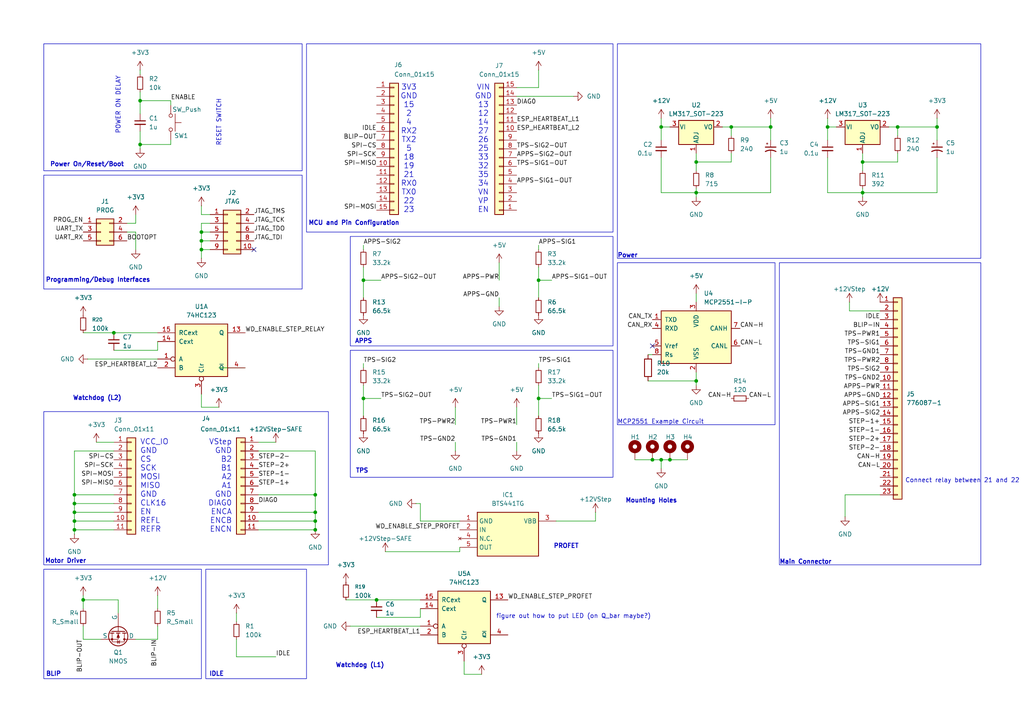
<source format=kicad_sch>
(kicad_sch (version 20250114) (generator "eeschema") (generator_version "9.0")
  (paper "A4")
  (rectangle (start 12.7 119.38) (end 95.25 163.83))
  (rectangle (start 226.06 76.2) (end 284.48 163.83))
  (rectangle (start 101.6 68.58) (end 177.8 100.33))
  (rectangle (start 12.7 50.8) (end 87.63 83.82))
  (rectangle (start 12.7 12.7) (end 87.63 49.53))
  (rectangle (start 12.7 165.1) (end 58.42 196.85))
  (rectangle (start 101.6 101.6) (end 177.8 138.43))
  (rectangle (start 88.9 12.7) (end 177.8 67.31))
  (rectangle (start 59.69 165.1) (end 88.9 196.85))
  (rectangle (start 179.07 12.7) (end 284.48 74.93))
  (rectangle (start 179.07 76.2) (end 224.79 123.19))
  (text "Programming/Debug Interfaces" (at 13.208 82.042 0) (effects (font (size 1.27 1.27) (thickness 0.254) (bold yes)) (justify left bottom)))
  (text "Motor Driver\n" (at 19.05 162.814 0) (effects (font (size 1.27 1.27) (thickness 0.254) (bold yes))))
  (text "PROFET" (at 160.528 158.496 0) (effects (font (size 1.27 1.27) (thickness 0.254) (bold yes)) (justify left)))
  (text "VStep\nGND\nB2\nB1\nA2\nA1\nGND\nDIAG0\nENCA\nENCB\nENCN" (at 67.31 140.97 0) (effects (font (size 1.5748 1.5748)) (justify right)))
  (text "figure out how to put LED (on Q_bar maybe?)" (at 166.37 178.816 0) (effects (font (size 1.27 1.27))))
  (text "TPS\n" (at 103.124 136.652 0) (effects (font (size 1.27 1.27) (thickness 0.254) (bold yes)) (justify left)))
  (text "Mounting Holes" (at 181.356 146.05 0) (effects (font (size 1.27 1.27) (thickness 0.254) (bold yes)) (justify left bottom)))
  (text "Power" (at 179.07 74.93 0) (effects (font (size 1.27 1.27) (thickness 0.254) (bold yes)) (justify left bottom)))
  (text "MCU and Pin Configuration" (at 89.408 65.532 0) (effects (font (size 1.27 1.27) (thickness 0.254) (bold yes)) (justify left bottom)))
  (text "VIN\nGND\n13\n12\n14\n27\n26\n25\n33\n32\n35\n34\nVN\nVP\nEN" (at 140.208 43.18 0) (effects (font (size 1.5748 1.5748))))
  (text "3V3\nGND\n15\n2\n4\nRX2\nTX2\n5\n18\n19\n21\nRX0\nTX0\n22\n23" (at 118.618 43.18 0) (effects (font (size 1.5748 1.5748))))
  (text "Connect relay between 21 and 22\n" (at 279.146 139.446 0) (effects (font (size 1.27 1.27))))
  (text "RESET SWITCH" (at 63.5 35.56 90) (effects (font (size 1.27 1.27))))
  (text "POWER ON DELAY" (at 34.29 30.48 90) (effects (font (size 1.27 1.27))))
  (text "BLIP" (at 17.78 195.58 0) (effects (font (size 1.27 1.27) (thickness 0.254) (bold yes)) (justify right)))
  (text "Main Connector" (at 226.06 163.83 0) (effects (font (size 1.27 1.27) (thickness 0.254) (bold yes)) (justify left bottom)))
  (text "IDLE" (at 65.024 195.58 0) (effects (font (size 1.27 1.27) (thickness 0.254) (bold yes)) (justify right)))
  (text "Watchdog (L1)\n" (at 97.282 193.04 0) (effects (font (size 1.27 1.27) (thickness 0.254) (bold yes)) (justify left)))
  (text "VCC_IO\nGND\nCS\nSCK\nMOSI\nMISO\nGND\nCLK16\nEN\nREFL\nREFR" (at 40.64 140.97 0) (effects (font (size 1.5748 1.5748)) (justify left)))
  (text "APPS" (at 102.87 99.06 0) (effects (font (size 1.27 1.27) (thickness 0.254) (bold yes)) (justify left)))
  (text "Power On/Reset/Boot" (at 14.478 48.514 0) (effects (font (size 1.27 1.27) (thickness 0.254) (bold yes)) (justify left bottom)))
  (text "Watchdog (L2)\n" (at 21.082 115.57 0) (effects (font (size 1.27 1.27) (thickness 0.254) (bold yes)) (justify left)))
  (text "MCP2551 Example Circuit\n" (at 179.07 123.19 0) (effects (font (size 1.27 1.27)) (justify left bottom)))
  (junction (at 223.52 36.83))
  (junction (at 21.59 146.05))
  (junction (at 21.59 153.67))
  (junction (at 156.21 115.57))
  (junction (at 58.42 67.31))
  (junction (at 201.93 55.88))
  (junction (at 24.13 173.99))
  (junction (at 91.44 143.51))
  (junction (at 250.19 46.99))
  (junction (at 194.31 133.35))
  (junction (at 189.23 133.35))
  (junction (at 91.44 153.67))
  (junction (at 201.93 46.99))
  (junction (at 156.21 81.28))
  (junction (at 40.64 29.21))
  (junction (at 201.93 110.49))
  (junction (at 105.41 115.57))
  (junction (at 212.09 36.83))
  (junction (at 21.59 151.13))
  (junction (at 21.59 143.51))
  (junction (at 40.64 41.91))
  (junction (at 21.59 148.59))
  (junction (at 191.77 133.35))
  (junction (at 191.77 36.83))
  (junction (at 260.35 36.83))
  (junction (at 91.44 151.13))
  (junction (at 33.02 96.52))
  (junction (at 91.44 148.59))
  (junction (at 271.78 36.83))
  (junction (at 58.42 72.39))
  (junction (at 105.41 81.28))
  (junction (at 109.22 173.99))
  (junction (at 250.19 55.88))
  (junction (at 58.42 69.85))
  (junction (at 240.03 36.83))
  (no_connect (at 189.23 100.33))
  (no_connect (at 73.66 72.39))
  (wire (pts (xy 250.19 57.15) (xy 250.19 55.88)))
  (wire (pts (xy 40.64 26.67) (xy 40.64 29.21)))
  (wire (pts (xy 91.44 151.13) (xy 91.44 148.59)))
  (wire (pts (xy 149.86 118.11) (xy 149.86 123.19)))
  (wire (pts (xy 21.59 146.05) (xy 21.59 143.51)))
  (wire (pts (xy 21.59 154.94) (xy 21.59 153.67)))
  (wire (pts (xy 191.77 133.35) (xy 191.77 135.89)))
  (wire (pts (xy 240.03 55.88) (xy 240.03 45.72)))
  (wire (pts (xy 172.72 151.13) (xy 172.72 148.59)))
  (wire (pts (xy 149.86 128.27) (xy 149.86 130.81)))
  (wire (pts (xy 212.09 46.99) (xy 201.93 46.99)))
  (wire (pts (xy 45.72 101.6) (xy 45.72 99.06)))
  (wire (pts (xy 133.35 160.02) (xy 133.35 158.75)))
  (wire (pts (xy 156.21 81.28) (xy 156.21 86.36)))
  (wire (pts (xy 120.65 146.05) (xy 121.92 146.05)))
  (wire (pts (xy 74.93 143.51) (xy 91.44 143.51)))
  (wire (pts (xy 189.23 102.87) (xy 187.96 102.87)))
  (wire (pts (xy 45.72 172.72) (xy 45.72 176.53)))
  (wire (pts (xy 191.77 55.88) (xy 191.77 45.72)))
  (wire (pts (xy 68.58 190.5) (xy 80.01 190.5)))
  (wire (pts (xy 250.19 44.45) (xy 250.19 46.99)))
  (wire (pts (xy 144.78 86.36) (xy 144.78 88.9)))
  (wire (pts (xy 58.42 67.31) (xy 60.96 67.31)))
  (wire (pts (xy 58.42 69.85) (xy 60.96 69.85)))
  (wire (pts (xy 201.93 46.99) (xy 201.93 49.53)))
  (wire (pts (xy 58.42 69.85) (xy 58.42 72.39)))
  (wire (pts (xy 40.64 29.21) (xy 40.64 33.02)))
  (wire (pts (xy 74.93 153.67) (xy 91.44 153.67)))
  (wire (pts (xy 240.03 34.29) (xy 240.03 36.83)))
  (wire (pts (xy 74.93 148.59) (xy 91.44 148.59)))
  (wire (pts (xy 250.19 54.61) (xy 250.19 55.88)))
  (wire (pts (xy 156.21 115.57) (xy 160.02 115.57)))
  (wire (pts (xy 121.92 151.13) (xy 133.35 151.13)))
  (wire (pts (xy 271.78 55.88) (xy 250.19 55.88)))
  (wire (pts (xy 156.21 105.41) (xy 156.21 106.68)))
  (wire (pts (xy 184.15 133.35) (xy 189.23 133.35)))
  (wire (pts (xy 24.13 96.52) (xy 33.02 96.52)))
  (wire (pts (xy 246.38 90.17) (xy 255.27 90.17)))
  (wire (pts (xy 271.78 40.64) (xy 271.78 36.83)))
  (wire (pts (xy 260.35 44.45) (xy 260.35 46.99)))
  (wire (pts (xy 40.64 41.91) (xy 40.64 43.18)))
  (wire (pts (xy 39.37 64.77) (xy 39.37 62.23)))
  (wire (pts (xy 49.53 40.64) (xy 49.53 41.91)))
  (wire (pts (xy 223.52 34.29) (xy 223.52 36.83)))
  (wire (pts (xy 34.29 177.8) (xy 34.29 173.99)))
  (wire (pts (xy 58.42 64.77) (xy 58.42 67.31)))
  (wire (pts (xy 156.21 71.12) (xy 156.21 72.39)))
  (wire (pts (xy 240.03 36.83) (xy 242.57 36.83)))
  (wire (pts (xy 132.08 118.11) (xy 132.08 123.19)))
  (wire (pts (xy 39.37 185.42) (xy 45.72 185.42)))
  (wire (pts (xy 45.72 181.61) (xy 45.72 185.42)))
  (wire (pts (xy 121.92 181.61) (xy 101.6 181.61)))
  (wire (pts (xy 223.52 55.88) (xy 201.93 55.88)))
  (wire (pts (xy 21.59 153.67) (xy 33.02 153.67)))
  (wire (pts (xy 36.83 67.31) (xy 39.37 67.31)))
  (wire (pts (xy 33.02 101.6) (xy 45.72 101.6)))
  (wire (pts (xy 223.52 45.72) (xy 223.52 55.88)))
  (wire (pts (xy 74.93 151.13) (xy 91.44 151.13)))
  (wire (pts (xy 149.86 27.94) (xy 166.37 27.94)))
  (wire (pts (xy 68.58 177.8) (xy 68.58 180.34)))
  (wire (pts (xy 60.96 62.23) (xy 58.42 62.23)))
  (wire (pts (xy 191.77 36.83) (xy 191.77 40.64)))
  (wire (pts (xy 21.59 130.81) (xy 33.02 130.81)))
  (wire (pts (xy 63.5 118.11) (xy 58.42 118.11)))
  (wire (pts (xy 109.22 179.07) (xy 121.92 179.07)))
  (wire (pts (xy 109.22 173.99) (xy 121.92 173.99)))
  (wire (pts (xy 49.53 29.21) (xy 40.64 29.21)))
  (wire (pts (xy 105.41 81.28) (xy 105.41 86.36)))
  (wire (pts (xy 100.33 173.99) (xy 109.22 173.99)))
  (wire (pts (xy 33.02 148.59) (xy 21.59 148.59)))
  (wire (pts (xy 121.92 146.05) (xy 121.92 151.13)))
  (wire (pts (xy 255.27 143.51) (xy 245.11 143.51)))
  (wire (pts (xy 271.78 36.83) (xy 260.35 36.83)))
  (wire (pts (xy 105.41 111.76) (xy 105.41 115.57)))
  (wire (pts (xy 24.13 172.72) (xy 24.13 173.99)))
  (wire (pts (xy 58.42 72.39) (xy 58.42 74.93)))
  (wire (pts (xy 105.41 115.57) (xy 110.49 115.57)))
  (wire (pts (xy 33.02 96.52) (xy 45.72 96.52)))
  (wire (pts (xy 40.64 38.1) (xy 40.64 41.91)))
  (wire (pts (xy 91.44 148.59) (xy 91.44 143.51)))
  (wire (pts (xy 60.96 72.39) (xy 58.42 72.39)))
  (wire (pts (xy 139.7 195.58) (xy 134.62 195.58)))
  (wire (pts (xy 223.52 36.83) (xy 212.09 36.83)))
  (wire (pts (xy 260.35 36.83) (xy 257.81 36.83)))
  (wire (pts (xy 260.35 46.99) (xy 250.19 46.99)))
  (wire (pts (xy 156.21 20.32) (xy 156.21 25.4)))
  (wire (pts (xy 58.42 118.11) (xy 58.42 114.3)))
  (wire (pts (xy 91.44 130.81) (xy 74.93 130.81)))
  (wire (pts (xy 36.83 64.77) (xy 39.37 64.77)))
  (wire (pts (xy 245.11 143.51) (xy 245.11 149.86)))
  (wire (pts (xy 134.62 195.58) (xy 134.62 191.77)))
  (wire (pts (xy 156.21 115.57) (xy 156.21 120.65)))
  (wire (pts (xy 40.64 41.91) (xy 49.53 41.91)))
  (wire (pts (xy 212.09 36.83) (xy 209.55 36.83)))
  (wire (pts (xy 156.21 81.28) (xy 160.02 81.28)))
  (wire (pts (xy 223.52 40.64) (xy 223.52 36.83)))
  (wire (pts (xy 34.29 173.99) (xy 24.13 173.99)))
  (wire (pts (xy 21.59 146.05) (xy 21.59 148.59)))
  (wire (pts (xy 105.41 115.57) (xy 105.41 120.65)))
  (wire (pts (xy 132.08 128.27) (xy 132.08 130.81)))
  (wire (pts (xy 58.42 67.31) (xy 58.42 69.85)))
  (wire (pts (xy 21.59 153.67) (xy 21.59 151.13)))
  (wire (pts (xy 91.44 143.51) (xy 91.44 130.81)))
  (wire (pts (xy 212.09 39.37) (xy 212.09 36.83)))
  (wire (pts (xy 189.23 133.35) (xy 191.77 133.35)))
  (wire (pts (xy 105.41 81.28) (xy 110.49 81.28)))
  (wire (pts (xy 201.93 57.15) (xy 201.93 55.88)))
  (wire (pts (xy 45.72 104.14) (xy 25.4 104.14)))
  (wire (pts (xy 105.41 77.47) (xy 105.41 81.28)))
  (wire (pts (xy 194.31 133.35) (xy 199.39 133.35)))
  (wire (pts (xy 24.13 185.42) (xy 24.13 181.61)))
  (wire (pts (xy 39.37 67.31) (xy 39.37 72.39)))
  (wire (pts (xy 40.64 20.32) (xy 40.64 21.59)))
  (wire (pts (xy 105.41 105.41) (xy 105.41 106.68)))
  (wire (pts (xy 21.59 151.13) (xy 21.59 148.59)))
  (wire (pts (xy 250.19 46.99) (xy 250.19 49.53)))
  (wire (pts (xy 60.96 64.77) (xy 58.42 64.77)))
  (wire (pts (xy 24.13 173.99) (xy 24.13 176.53)))
  (wire (pts (xy 212.09 44.45) (xy 212.09 46.99)))
  (wire (pts (xy 58.42 62.23) (xy 58.42 59.69)))
  (wire (pts (xy 191.77 36.83) (xy 194.31 36.83)))
  (wire (pts (xy 250.19 55.88) (xy 240.03 55.88)))
  (wire (pts (xy 27.94 128.27) (xy 33.02 128.27)))
  (wire (pts (xy 271.78 45.72) (xy 271.78 55.88)))
  (wire (pts (xy 71.12 106.68) (xy 63.5 106.68)))
  (wire (pts (xy 187.96 110.49) (xy 201.93 110.49)))
  (wire (pts (xy 201.93 55.88) (xy 191.77 55.88)))
  (wire (pts (xy 240.03 36.83) (xy 240.03 40.64)))
  (wire (pts (xy 144.78 76.2) (xy 144.78 81.28)))
  (wire (pts (xy 121.92 179.07) (xy 121.92 176.53)))
  (wire (pts (xy 21.59 151.13) (xy 33.02 151.13)))
  (wire (pts (xy 149.86 25.4) (xy 156.21 25.4)))
  (wire (pts (xy 201.93 44.45) (xy 201.93 46.99)))
  (wire (pts (xy 201.93 107.95) (xy 201.93 110.49)))
  (wire (pts (xy 21.59 143.51) (xy 33.02 143.51)))
  (wire (pts (xy 68.58 185.42) (xy 68.58 190.5)))
  (wire (pts (xy 21.59 143.51) (xy 21.59 130.81)))
  (wire (pts (xy 49.53 30.48) (xy 49.53 29.21)))
  (wire (pts (xy 191.77 133.35) (xy 194.31 133.35)))
  (wire (pts (xy 111.76 160.02) (xy 133.35 160.02)))
  (wire (pts (xy 74.93 128.27) (xy 80.01 128.27)))
  (wire (pts (xy 191.77 34.29) (xy 191.77 36.83)))
  (wire (pts (xy 156.21 111.76) (xy 156.21 115.57)))
  (wire (pts (xy 260.35 39.37) (xy 260.35 36.83)))
  (wire (pts (xy 161.29 151.13) (xy 172.72 151.13)))
  (wire (pts (xy 91.44 153.67) (xy 91.44 151.13)))
  (wire (pts (xy 105.41 71.12) (xy 105.41 72.39)))
  (wire (pts (xy 271.78 34.29) (xy 271.78 36.83)))
  (wire (pts (xy 201.93 54.61) (xy 201.93 55.88)))
  (wire (pts (xy 156.21 77.47) (xy 156.21 81.28)))
  (wire (pts (xy 201.93 110.49) (xy 201.93 111.76)))
  (wire (pts (xy 21.59 146.05) (xy 33.02 146.05)))
  (wire (pts (xy 246.38 87.63) (xy 246.38 90.17)))
  (wire (pts (xy 201.93 85.09) (xy 201.93 87.63)))
  (wire (pts (xy 29.21 185.42) (xy 24.13 185.42)))
  (label "ESP_HEARTBEAT_L1" (at 149.86 35.56 0))
  (label "TPS-GND2" (at 132.08 128.27 180) (effects (font (thickness 0.1588))))
  (label "STEP-2-" (at 255.27 130.81 180))
  (label "JTAG_TDO" (at 73.66 67.31 0))
  (label "TPS-SIG1-OUT" (at 160.02 115.57 0))
  (label "APPS-SIG1" (at 255.27 118.11 180))
  (label "TPS-PWR2" (at 255.27 105.41 180))
  (label "APPS-PWR" (at 255.27 113.03 180))
  (label "IDLE" (at 80.01 190.5 0))
  (label "BLIP-IN" (at 255.27 95.25 180))
  (label "ESP_HEARTBEAT_L2" (at 45.72 106.68 180))
  (label "STEP-1+" (at 74.93 140.97 0))
  (label "DIAG0" (at 149.86 30.48 0))
  (label "IDLE" (at 109.22 38.1 180))
  (label "WD_ENABLE_STEP_PROFET" (at 147.32 173.99 0))
  (label "SPI-CS" (at 33.02 133.35 180))
  (label "TPS-SIG2-OUT" (at 149.86 43.18 0))
  (label "JTAG_TMS" (at 73.66 62.23 0))
  (label "TPS-SIG2" (at 255.27 107.95 180))
  (label "BOOTOPT" (at 36.83 69.85 0))
  (label "SPI-MISO" (at 33.02 140.97 180))
  (label "TPS-SIG2-OUT" (at 110.49 115.57 0))
  (label "TPS-PWR2" (at 132.08 123.19 180) (effects (font (thickness 0.1588))))
  (label "CAN-H" (at 255.27 133.35 180))
  (label "STEP-1-" (at 74.93 138.43 0))
  (label "APPS-SIG2-OUT" (at 110.49 81.28 0))
  (label "CAN_RX" (at 189.23 95.25 180))
  (label "ENABLE" (at 49.53 29.21 0))
  (label "BLIP-OUT" (at 109.22 40.64 180) (effects (font (thickness 0.1588))))
  (label "TPS-PWR1" (at 255.27 97.79 180))
  (label "WD_ENABLE_STEP_PROFET" (at 133.35 153.67 180))
  (label "CAN_TX" (at 189.23 92.71 180))
  (label "CAN-L" (at 217.17 115.57 0))
  (label "UART_RX" (at 24.13 69.85 180))
  (label "APPS-GND" (at 255.27 115.57 180))
  (label "APPS-SIG2" (at 105.41 71.12 0))
  (label "APPS-SIG1" (at 156.21 71.12 0))
  (label "SPI-CS" (at 109.22 43.18 180))
  (label "SPI-MISO" (at 109.22 48.26 180))
  (label "APPS-SIG2-OUT" (at 149.86 45.72 0))
  (label "TPS-GND2" (at 255.27 110.49 180))
  (label "IDLE" (at 255.27 92.71 180))
  (label "SPI-SCK" (at 33.02 135.89 180))
  (label "APPS-SIG1-OUT" (at 149.86 53.34 0))
  (label "PROG_EN" (at 24.13 64.77 180))
  (label "SPI-MOSI" (at 109.22 60.96 180))
  (label "CAN-H" (at 214.63 95.25 0))
  (label "STEP-2+" (at 255.27 128.27 180))
  (label "SPI-SCK" (at 109.22 45.72 180))
  (label "STEP-1-" (at 255.27 125.73 180))
  (label "STEP-1+" (at 255.27 123.19 180))
  (label "UART_TX" (at 24.13 67.31 180))
  (label "TPS-SIG2" (at 105.41 105.41 0))
  (label "CAN-L" (at 255.27 135.89 180))
  (label "APPS-SIG2" (at 255.27 120.65 180))
  (label "SPI-MOSI" (at 33.02 138.43 180))
  (label "APPS-SIG1-OUT" (at 160.02 81.28 0))
  (label "STEP-2+" (at 74.93 135.89 0))
  (label "JTAG_TDI" (at 73.66 69.85 0))
  (label "APPS-GND" (at 144.78 86.36 180) (effects (font (thickness 0.1588))))
  (label "APPS-PWR" (at 144.78 81.28 180) (effects (font (thickness 0.1588))))
  (label "DIAG0" (at 74.93 146.05 0))
  (label "CAN-L" (at 214.63 100.33 0))
  (label "WD_ENABLE_STEP_RELAY" (at 71.12 96.52 0))
  (label "TPS-PWR1" (at 149.86 123.19 180) (effects (font (thickness 0.1588))))
  (label "BLIP-OUT" (at 24.13 185.42 270) (effects (font (thickness 0.1588))))
  (label "TPS-SIG1" (at 255.27 100.33 180))
  (label "TPS-SIG1" (at 156.21 105.41 0))
  (label "TPS-GND1" (at 255.27 102.87 180))
  (label "TPS-SIG1-OUT" (at 149.86 48.26 0))
  (label "BLIP-IN" (at 45.72 185.42 270) (effects (font (thickness 0.1588))))
  (label "ESP_HEARTBEAT_L2" (at 149.86 38.1 0))
  (label "STEP-2-" (at 74.93 133.35 0))
  (label "JTAG_TCK" (at 73.66 64.77 0))
  (label "ESP_HEARTBEAT_L1" (at 121.92 184.15 180))
  (label "TPS-GND1" (at 149.86 128.27 180) (effects (font (thickness 0.1588))))
  (label "CAN-H" (at 212.09 115.57 180))
  (symbol (lib_id "power:+5V") (at 132.08 118.11 0) (unit 1)
    (property "Reference" "#PWR035" (effects (hide yes)))
    (property "Value" "+5V" (at 132.08 113.03 0))
    (property "Description" "Power symbol creates a global label with name \"+5V\"" (effects (hide yes)))
  )
  (symbol (lib_id "Device:R") (at 187.96 106.68 0) (unit 1)
    (property "Reference" "R10" (at 190.5 105.41 0) (effects (justify left)))
    (property "Value" "20k" (at 190.5 107.95 0) (effects (justify left)))
    (property "Footprint" "Resistor_THT:R_Axial_DIN0207_L6.3mm_D2.5mm_P10.16mm_Horizontal" (effects (hide yes)))
  )
  (symbol (lib_id "Device:R_Small") (at 156.21 109.22 0) (unit 1)
    (property "Reference" "R17" (at 158.75 107.9499 0) (effects (justify left)))
    (property "Value" "33.2k" (at 158.75 110.4899 0) (effects (justify left)))
    (property "Footprint" "Resistor_THT:R_Axial_DIN0207_L6.3mm_D2.5mm_P10.16mm_Horizontal" (effects (hide yes)))
    (property "Description" "Resistor, small symbol" (effects (hide yes)))
  )
  (symbol (lib_id "power:+3V3") (at 139.7 195.58 0) (unit 1)
    (property "Reference" "#PWR042" (effects (hide yes)))
    (property "Value" "+3V3" (at 139.7 190.5 0))
    (property "Description" "Power symbol creates a global label with name \"+3V3\"" (effects (hide yes)))
  )
  (symbol (lib_id "power:GND") (at 156.21 125.73 0) (unit 1)
    (property "Reference" "#PWR034" (effects (hide yes)))
    (property "Value" "GND" (at 156.21 130.81 0))
    (property "Description" "Power symbol creates a global label with name \"GND\" , ground" (effects (hide yes)))
  )
  (symbol (lib_id "Simulation_SPICE:NMOS") (at 34.29 182.88 270) (unit 1)
    (property "Reference" "Q1" (at 34.29 189.23 90))
    (property "Value" "NMOS" (at 34.29 191.77 90))
    (property "Footprint" "Package_TO_SOT_SMD:TO-263-3_TabPin2" (effects (hide yes)))
    (property "Datasheet" "https://ngspice.sourceforge.io/docs/ngspice-html-manual/manual.xhtml#cha_MOSFETs" (effects (hide yes)))
    (property "Description" "N-MOSFET transistor, drain/source/gate" (effects (hide yes)))
    (property "Sim.Device" "NMOS" (effects (hide yes)))
    (property "Sim.Type" "VDMOS" (effects (hide yes)))
    (property "Sim.Pins" "1=D 2=G 3=S" (effects (hide yes)))
  )
  (symbol (lib_id "power:GND") (at 39.37 72.39 0) (unit 1)
    (property "Reference" "#PWR02" (effects (hide yes)))
    (property "Value" "GND" (at 39.37 77.47 0))
    (property "Description" "Power symbol creates a global label with name \"GND\" , ground" (effects (hide yes)))
  )
  (symbol (lib_id "power:+3V3") (at 271.78 34.29 0) (unit 1)
    (property "Reference" "#PWR023" (effects (hide yes)))
    (property "Value" "+3V3" (at 271.78 29.21 0))
    (property "Description" "Power symbol creates a global label with name \"+3V3\"" (effects (hide yes)))
  )
  (symbol (lib_id "Connector_Generic:Conn_01x11") (at 69.85 140.97 0) (mirror y) (unit 1)
    (property "Reference" "J4" (at 60.96 121.412 0) (effects (justify left)))
    (property "Value" "Conn_01x11" (at 69.85 124.46 0) (effects (justify left)))
    (property "Footprint" "Connector_PinHeader_2.54mm:PinHeader_1x11_P2.54mm_Vertical" (effects (hide yes)))
    (property "Description" "Generic connector, single row, 01x11, script generated (kicad-library-utils/schlib/autogen/connector/)" (effects (hide yes)))
  )
  (symbol (lib_id "Device:C_Polarized_Small_US") (at 223.52 43.18 0) (unit 1)
    (property "Reference" "C3" (at 226.06 41.4781 0) (effects (justify left)))
    (property "Value" "1u" (at 226.06 44.0181 0) (effects (justify left)))
    (property "Footprint" "Capacitor_THT:C_Disc_D5.0mm_W2.5mm_P2.50mm" (effects (hide yes)))
    (property "Description" "Polarized capacitor, small US symbol" (effects (hide yes)))
  )
  (symbol (lib_id "power:GND") (at 25.4 104.14 270) (unit 1)
    (property "Reference" "#PWR045" (effects (hide yes)))
    (property "Value" "GND" (at 21.59 104.1399 90) (effects (justify right)))
    (property "Description" "Power symbol creates a global label with name \"GND\" , ground" (effects (hide yes)))
  )
  (symbol (lib_id "power:+12V") (at 111.76 160.02 0) (unit 1)
    (property "Reference" "#PWR038" (effects (hide yes)))
    (property "Value" "+12VStep-SAFE" (at 111.76 156.21 0))
    (property "Description" "Power symbol creates a global label with name \"+12V\"" (effects (hide yes)))
  )
  (symbol (lib_id "power:GND") (at 91.44 153.67 0) (unit 1)
    (property "Reference" "#PWR017" (effects (hide yes)))
    (property "Value" "GND" (at 91.44 158.75 0))
    (property "Description" "Power symbol creates a global label with name \"GND\" , ground" (effects (hide yes)))
  )
  (symbol (lib_id "power:+5V") (at 223.52 34.29 0) (unit 1)
    (property "Reference" "#PWR018" (effects (hide yes)))
    (property "Value" "+5V" (at 223.52 29.21 0))
    (property "Description" "Power symbol creates a global label with name \"+5V\"" (effects (hide yes)))
  )
  (symbol (lib_id "Device:R_Small") (at 105.41 109.22 0) (unit 1)
    (property "Reference" "R15" (at 107.95 107.9499 0) (effects (justify left)))
    (property "Value" "33.2k" (at 107.95 110.4899 0) (effects (justify left)))
    (property "Footprint" "Resistor_THT:R_Axial_DIN0207_L6.3mm_D2.5mm_P10.16mm_Horizontal" (effects (hide yes)))
    (property "Description" "Resistor, small symbol" (effects (hide yes)))
  )
  (symbol (lib_id "Interface_CAN_LIN:MCP2551-I-P") (at 201.93 97.79 0) (unit 1)
    (property "Reference" "U4" (at 204.1241 85.09 0) (effects (justify left)))
    (property "Value" "MCP2551-I-P" (at 204.1241 87.63 0) (effects (justify left)))
    (property "Footprint" "Package_DIP:DIP-8_W7.62mm" (effects (hide yes)))
    (property "Datasheet" "http://ww1.microchip.com/downloads/en/devicedoc/21667d.pdf" (effects (hide yes)))
  )
  (symbol (lib_id "Device:R_Small") (at 156.21 123.19 0) (unit 1)
    (property "Reference" "R18" (at 158.75 121.9199 0) (effects (justify left)))
    (property "Value" "66.5k" (at 158.75 124.4599 0) (effects (justify left)))
    (property "Footprint" "Resistor_THT:R_Axial_DIN0207_L6.3mm_D2.5mm_P10.16mm_Horizontal" (effects (hide yes)))
    (property "Description" "Resistor, small symbol" (effects (hide yes)))
  )
  (symbol (lib_id "power:+12V") (at 240.03 34.29 0) (unit 1)
    (property "Reference" "#PWR019" (effects (hide yes)))
    (property "Value" "+12V" (at 240.03 29.21 0))
    (property "Description" "Power symbol creates a global label with name \"+12V\"" (effects (hide yes)))
  )
  (symbol (lib_id "Mechanical:MountingHole_Pad") (at 189.23 130.81 0) (unit 1) (exclude_from_sim yes) (in_bom no)
    (property "Reference" "H2" (at 187.96 126.746 0) (effects (justify left)))
    (property "Value" "MountingHole_Pad" (effects (hide yes)))
    (property "Footprint" "MountingHole:MountingHole_3.2mm_M3_Pad_Via" (effects (hide yes)))
    (property "Description" "Mounting Hole with connection" (effects (hide yes)))
  )
  (symbol (lib_id "power:GND") (at 191.77 135.89 0) (unit 1)
    (property "Reference" "#PWR039" (effects (hide yes)))
    (property "Value" "GND" (at 191.77 140.97 0))
    (property "Description" "Power symbol creates a global label with name \"GND\" , ground" (effects (hide yes)))
  )
  (symbol (lib_id "power:+3V3") (at 63.5 118.11 0) (unit 1)
    (property "Reference" "#PWR046" (effects (hide yes)))
    (property "Value" "+3V3" (at 63.5 113.03 0))
    (property "Description" "Power symbol creates a global label with name \"+3V3\"" (effects (hide yes)))
  )
  (symbol (lib_id "power:GND") (at 201.93 57.15 0) (unit 1)
    (property "Reference" "#PWR015" (effects (hide yes)))
    (property "Value" "GND" (at 201.93 62.23 0))
    (property "Description" "Power symbol creates a global label with name \"GND\" , ground" (effects (hide yes)))
  )
  (symbol (lib_id "Regulator_Linear:LM317_SOT-223") (at 201.93 36.83 0) (unit 1)
    (property "Reference" "U2" (at 201.93 30.48 0))
    (property "Value" "LM317_SOT-223" (at 201.93 33.02 0))
    (property "Footprint" "Package_TO_SOT_SMD:SOT-223-3_TabPin2" (effects (hide yes)))
    (property "Datasheet" "http://www.ti.com/lit/ds/symlink/lm317.pdf" (effects (hide yes)))
    (property "Description" "1.5A 35V Adjustable Linear Regulator, SOT-223" (effects (hide yes)))
  )
  (symbol (lib_id "Device:R_Small") (at 156.21 88.9 0) (unit 1)
    (property "Reference" "R6" (at 158.75 87.6299 0) (effects (justify left)))
    (property "Value" "66.5k" (at 158.75 90.1699 0) (effects (justify left)))
    (property "Footprint" "Resistor_THT:R_Axial_DIN0207_L6.3mm_D2.5mm_P10.16mm_Horizontal" (effects (hide yes)))
    (property "Description" "Resistor, small symbol" (effects (hide yes)))
  )
  (symbol (lib_id "Device:C_Polarized_Small_US") (at 271.78 43.18 0) (unit 1)
    (property "Reference" "C5" (at 274.32 41.4781 0) (effects (justify left)))
    (property "Value" "1u" (at 274.32 44.0181 0) (effects (justify left)))
    (property "Footprint" "Capacitor_THT:C_Disc_D5.0mm_W2.5mm_P2.50mm" (effects (hide yes)))
    (property "Description" "Polarized capacitor, small US symbol" (effects (hide yes)))
  )
  (symbol (lib_id "Device:R_Small") (at 105.41 74.93 0) (unit 1)
    (property "Reference" "R7" (at 107.95 73.6599 0) (effects (justify left)))
    (property "Value" "33.2k" (at 107.95 76.1999 0) (effects (justify left)))
    (property "Footprint" "Resistor_THT:R_Axial_DIN0207_L6.3mm_D2.5mm_P10.16mm_Horizontal" (effects (hide yes)))
    (property "Description" "Resistor, small symbol" (effects (hide yes)))
  )
  (symbol (lib_id "power:+3V3") (at 24.13 172.72 0) (unit 1)
    (property "Reference" "#PWR025" (effects (hide yes)))
    (property "Value" "+3V3" (at 24.13 167.64 0))
    (property "Description" "Power symbol creates a global label with name \"+3V3\"" (effects (hide yes)))
  )
  (symbol (lib_name "R_Small_1") (lib_id "Device:R_Small") (at 24.13 93.98 0) (unit 1)
    (property "Reference" "R20" (at 26.67 92.7099 0) (effects (font (size 1.016 1.016)) (justify left)))
    (property "Value" "100k" (at 26.67 95.2499 0) (effects (justify left)))
    (property "Footprint" "Resistor_THT:R_Axial_DIN0207_L6.3mm_D2.5mm_P10.16mm_Horizontal" (effects (hide yes)))
    (property "Description" "Resistor, small symbol" (effects (hide yes)))
  )
  (symbol (lib_id "power:+5V") (at 201.93 85.09 0) (unit 1)
    (property "Reference" "#PWR021" (effects (hide yes)))
    (property "Value" "+5V" (at 201.93 80.01 0))
  )
  (symbol (lib_id "power:GND") (at 40.64 43.18 0) (unit 1)
    (property "Reference" "#PWR04" (effects (hide yes)))
    (property "Value" "GND" (at 40.64 48.26 0))
    (property "Description" "Power symbol creates a global label with name \"GND\" , ground" (effects (hide yes)))
  )
  (symbol (lib_id "power:GND") (at 101.6 181.61 270) (unit 1)
    (property "Reference" "#PWR041" (effects (hide yes)))
    (property "Value" "GND" (at 97.79 181.6099 90) (effects (justify right)))
    (property "Description" "Power symbol creates a global label with name \"GND\" , ground" (effects (hide yes)))
  )
  (symbol (lib_id "Mechanical:MountingHole_Pad") (at 199.39 130.81 0) (unit 1) (exclude_from_sim yes) (in_bom no)
    (property "Reference" "H4" (at 198.12 126.746 0) (effects (justify left)))
    (property "Value" "MountingHole_Pad" (effects (hide yes)))
    (property "Footprint" "MountingHole:MountingHole_3.2mm_M3_Pad_Via" (effects (hide yes)))
    (property "Description" "Mounting Hole with connection" (effects (hide yes)))
  )
  (symbol (lib_id "power:GND") (at 166.37 27.94 90) (unit 1)
    (property "Reference" "#PWR037" (effects (hide yes)))
    (property "Value" "GND" (at 170.18 27.9399 90) (effects (justify right)))
    (property "Description" "Power symbol creates a global label with name \"GND\" , ground" (effects (hide yes)))
  )
  (symbol (lib_id "Regulator_Linear:LM317_SOT-223") (at 250.19 36.83 0) (unit 1)
    (property "Reference" "U3" (at 250.19 30.48 0))
    (property "Value" "LM317_SOT-223" (at 250.19 33.02 0))
    (property "Footprint" "Package_TO_SOT_SMD:SOT-223-3_TabPin2" (effects (hide yes)))
    (property "Datasheet" "http://www.ti.com/lit/ds/symlink/lm317.pdf" (effects (hide yes)))
    (property "Description" "1.5A 35V Adjustable Linear Regulator, SOT-223" (effects (hide yes)))
  )
  (symbol (lib_id "Device:R_Small") (at 68.58 182.88 0) (unit 1)
    (property "Reference" "R1" (at 71.12 181.6099 0) (effects (justify left)))
    (property "Value" "100k" (at 71.12 184.1499 0) (effects (justify left)))
    (property "Footprint" "Resistor_THT:R_Axial_DIN0207_L6.3mm_D2.5mm_P10.16mm_Horizontal" (effects (hide yes)))
    (property "Description" "Resistor, small symbol" (effects (hide yes)))
  )
  (symbol (lib_id "Device:C_Small") (at 240.03 43.18 0) (unit 1)
    (property "Reference" "C4" (at 237.49 41.91 0) (effects (justify right)))
    (property "Value" "0.1u" (at 237.49 44.45 0) (effects (justify right)))
    (property "Footprint" "Capacitor_THT:C_Disc_D5.0mm_W2.5mm_P2.50mm" (effects (hide yes)))
    (property "Description" "Unpolarized capacitor, small symbol" (effects (hide yes)))
  )
  (symbol (lib_id "Device:R_Small") (at 156.21 74.93 0) (unit 1)
    (property "Reference" "R3" (at 158.75 73.6599 0) (effects (justify left)))
    (property "Value" "33.2k" (at 158.75 76.1999 0) (effects (justify left)))
    (property "Footprint" "Resistor_THT:R_Axial_DIN0207_L6.3mm_D2.5mm_P10.16mm_Horizontal" (effects (hide yes)))
    (property "Description" "Resistor, small symbol" (effects (hide yes)))
  )
  (symbol (lib_name "R_Small_1") (lib_id "Device:R_Small") (at 100.33 171.45 0) (unit 1)
    (property "Reference" "R19" (at 102.87 170.1799 0) (effects (font (size 1.016 1.016)) (justify left)))
    (property "Value" "100k" (at 102.87 172.7199 0) (effects (justify left)))
    (property "Footprint" "Resistor_THT:R_Axial_DIN0207_L6.3mm_D2.5mm_P10.16mm_Horizontal" (effects (hide yes)))
    (property "Description" "Resistor, small symbol" (effects (hide yes)))
  )
  (symbol (lib_id "power:+3V3") (at 39.37 62.23 0) (unit 1)
    (property "Reference" "#PWR01" (effects (hide yes)))
    (property "Value" "+3V3" (at 39.37 57.15 0))
    (property "Description" "Power symbol creates a global label with name \"+3V3\"" (effects (hide yes)))
  )
  (symbol (lib_id "power:+3V3") (at 68.58 177.8 0) (unit 1)
    (property "Reference" "#PWR027" (effects (hide yes)))
    (property "Value" "+3V3" (at 68.58 172.72 0))
    (property "Description" "Power symbol creates a global label with name \"+3V3\"" (effects (hide yes)))
  )
  (symbol (lib_id "power:+12V") (at 246.38 87.63 0) (unit 1)
    (property "Reference" "#PWR09" (effects (hide yes)))
    (property "Value" "+12VStep" (at 246.38 83.82 0))
    (property "Description" "Power symbol creates a global label with name \"+12V\"" (effects (hide yes)))
  )
  (symbol (lib_id "power:GND") (at 105.41 91.44 0) (unit 1)
    (property "Reference" "#PWR030" (effects (hide yes)))
    (property "Value" "GND" (at 105.41 96.52 0))
    (property "Description" "Power symbol creates a global label with name \"GND\" , ground" (effects (hide yes)))
  )
  (symbol (lib_id "Switch:SW_Push") (at 49.53 35.56 270) (unit 1)
    (property "Reference" "SW1" (at 54.61 39.37 90) (effects (justify right)))
    (property "Value" "SW_Push" (at 58.42 31.75 90) (effects (justify right)))
    (property "Footprint" "Button_Switch_THT:SW_PUSH_1P1T_6x3.5mm_H4.3_APEM_MJTP1243" (effects (hide yes)))
    (property "Description" "Push button switch, generic, two pins" (effects (hide yes)))
  )
  (symbol (lib_id "Connector_Generic:Conn_02x03_Odd_Even") (at 29.21 67.31 0) (unit 1)
    (property "Reference" "J1" (at 30.48 58.42 0))
    (property "Value" "PROG" (at 30.48 60.96 0))
    (property "Footprint" "Connector_PinSocket_2.54mm:PinSocket_2x03_P2.54mm_Vertical" (effects (hide yes)))
    (property "Description" "Generic connector, double row, 02x03, odd/even pin numbering scheme (row 1 odd numbers, row 2 even numbers), script generated (kicad-library-utils/schlib/autogen/connector/)" (effects (hide yes)))
  )
  (symbol (lib_id "BTS441TG:BTS441TG") (at 133.35 151.13 0) (unit 1)
    (property "Reference" "IC1" (at 147.32 143.51 0))
    (property "Value" "BTS441TG" (at 147.32 146.05 0))
    (property "Footprint" "BTS441TG" (effects (hide yes)))
    (property "Datasheet" "https://www.infineon.com/dgdl/Infineon-BTS441TG-DS-v01_21-EN.pdf?fileId=5546d4625a888733015aa9afd69935dd" (effects (hide yes)))
    (property "Description" "Power Switch ICs - Power Distribution Smart PWR High-Side Switch 1-CH" (effects (hide yes)))
    (property "Height" "4.5" (effects (hide yes)))
    (property "Mouser Part Number" "726-BTS441TG" (effects (hide yes)))
    (property "Mouser Price/Stock" "https://www.mouser.co.uk/ProductDetail/Infineon-Technologies/BTS441TG?qs=mzcOS1kGbgf58yqzVPhgKw%3D%3D" (effects (hide yes)))
    (property "Manufacturer_Name" "Infineon" (effects (hide yes)))
    (property "Manufacturer_Part_Number" "BTS441TG" (effects (hide yes)))
  )
  (symbol (lib_id "power:+12V") (at 45.72 172.72 0) (unit 1)
    (property "Reference" "#PWR026" (effects (hide yes)))
    (property "Value" "+12V" (at 45.72 167.64 0))
    (property "Description" "Power symbol creates a global label with name \"+12V\"" (effects (hide yes)))
  )
  (symbol (lib_id "power:GND") (at 132.08 130.81 0) (unit 1)
    (property "Reference" "#PWR036" (effects (hide yes)))
    (property "Value" "GND" (at 132.08 135.89 0))
    (property "Description" "Power symbol creates a global label with name \"GND\" , ground" (effects (hide yes)))
  )
  (symbol (lib_id "Connector_Generic:Conn_01x11") (at 38.1 140.97 0) (unit 1)
    (property "Reference" "J3" (at 33.02 121.92 0) (effects (justify left)))
    (property "Value" "Conn_01x11" (at 33.02 124.46 0) (effects (justify left)))
    (property "Footprint" "Connector_PinHeader_2.54mm:PinHeader_1x11_P2.54mm_Vertical" (effects (hide yes)))
    (property "Description" "Generic connector, single row, 01x11, script generated (kicad-library-utils/schlib/autogen/connector/)" (effects (hide yes)))
  )
  (symbol (lib_id "Connector_Generic:Conn_02x05_Odd_Even") (at 66.04 67.31 0) (unit 1)
    (property "Reference" "J2" (at 67.31 55.88 0))
    (property "Value" "JTAG" (at 67.31 58.42 0))
    (property "Footprint" "Connector_PinSocket_2.54mm:PinSocket_2x05_P2.54mm_Vertical" (effects (hide yes)))
    (property "Description" "Generic connector, double row, 02x05, odd/even pin numbering scheme (row 1 odd numbers, row 2 even numbers), script generated (kicad-library-utils/schlib/autogen/connector/)" (effects (hide yes)))
  )
  (symbol (lib_id "74xx:74HC123") (at 134.62 179.07 0) (unit 1)
    (property "Reference" "U5" (at 134.62 166.37 0))
    (property "Value" "74HC123" (at 134.62 168.91 0))
    (property "Datasheet" "https://assets.nexperia.com/documents/data-sheet/74HC_HCT123.pdf" (effects (hide yes)))
    (property "Description" "Dual retriggerable monostable multivibrator" (effects (hide yes)))
  )
  (symbol (lib_id "power:+12V") (at 191.77 34.29 0) (unit 1)
    (property "Reference" "#PWR014" (effects (hide yes)))
    (property "Value" "+12V" (at 191.77 29.21 0))
    (property "Description" "Power symbol creates a global label with name \"+12V\"" (effects (hide yes)))
  )
  (symbol (lib_id "Device:C_Small") (at 191.77 43.18 0) (unit 1)
    (property "Reference" "C2" (at 189.23 41.91 0) (effects (justify right)))
    (property "Value" "0.1u" (at 189.23 44.45 0) (effects (justify right)))
    (property "Footprint" "Capacitor_THT:C_Disc_D5.0mm_W2.5mm_P2.50mm" (effects (hide yes)))
    (property "Description" "Unpolarized capacitor, small symbol" (effects (hide yes)))
  )
  (symbol (lib_id "power:GND") (at 149.86 130.81 0) (unit 1)
    (property "Reference" "#PWR033" (effects (hide yes)))
    (property "Value" "GND" (at 149.86 135.89 0))
    (property "Description" "Power symbol creates a global label with name \"GND\" , ground" (effects (hide yes)))
  )
  (symbol (lib_id "power:GND") (at 250.19 57.15 0) (unit 1)
    (property "Reference" "#PWR020" (effects (hide yes)))
    (property "Value" "GND" (at 250.19 62.23 0))
    (property "Description" "Power symbol creates a global label with name \"GND\" , ground" (effects (hide yes)))
  )
  (symbol (lib_id "Device:C_Small") (at 109.22 176.53 0) (unit 1)
    (property "Reference" "C6" (at 111.76 175.2662 0) (effects (justify left)))
    (property "Value" "1u" (at 111.76 177.8062 0) (effects (justify left)))
    (property "Footprint" "Capacitor_THT:C_Disc_D5.0mm_W2.5mm_P2.50mm" (effects (hide yes)))
    (property "Description" "Unpolarized capacitor, small symbol" (effects (hide yes)))
  )
  (symbol (lib_id "Mechanical:MountingHole_Pad") (at 194.31 130.81 0) (unit 1) (exclude_from_sim yes) (in_bom no)
    (property "Reference" "H3" (at 193.04 126.746 0) (effects (justify left)))
    (property "Value" "MountingHole_Pad" (effects (hide yes)))
    (property "Footprint" "MountingHole:MountingHole_3.2mm_M3_Pad_Via" (effects (hide yes)))
    (property "Description" "Mounting Hole with connection" (effects (hide yes)))
  )
  (symbol (lib_id "Mechanical:MountingHole_Pad") (at 184.15 130.81 0) (unit 1) (exclude_from_sim yes) (in_bom no)
    (property "Reference" "H1" (at 182.88 126.746 0) (effects (justify left)))
    (property "Value" "MountingHole_Pad" (effects (hide yes)))
    (property "Footprint" "MountingHole:MountingHole_3.2mm_M3_Pad_Via" (effects (hide yes)))
    (property "Description" "Mounting Hole with connection" (effects (hide yes)))
  )
  (symbol (lib_id "power:+3V3") (at 40.64 20.32 0) (unit 1)
    (property "Reference" "#PWR03" (effects (hide yes)))
    (property "Value" "+3V3" (at 40.64 15.24 0))
    (property "Description" "Power symbol creates a global label with name \"+3V3\"" (effects (hide yes)))
  )
  (symbol (lib_id "Device:C_Small") (at 40.64 35.56 0) (unit 1)
    (property "Reference" "C1" (at 43.18 34.2962 0) (effects (justify left)))
    (property "Value" "1u" (at 43.18 36.8362 0) (effects (justify left)))
    (property "Footprint" "Capacitor_THT:C_Disc_D5.0mm_W2.5mm_P2.50mm" (effects (hide yes)))
    (property "Description" "Unpolarized capacitor, small symbol" (effects (hide yes)))
  )
  (symbol (lib_id "Device:R_Small") (at 212.09 41.91 0) (unit 1)
    (property "Reference" "R9" (at 214.63 40.6399 0) (effects (justify left)))
    (property "Value" "240" (at 214.63 43.1799 0) (effects (justify left)))
    (property "Footprint" "Resistor_THT:R_Axial_DIN0207_L6.3mm_D2.5mm_P10.16mm_Horizontal" (effects (hide yes)))
    (property "Description" "Resistor, small symbol" (effects (hide yes)))
  )
  (symbol (lib_id "Connector_Generic:Conn_01x15") (at 144.78 43.18 180) (unit 1)
    (property "Reference" "J7" (at 144.78 19.05 0))
    (property "Value" "Conn_01x15" (at 144.78 21.59 0))
    (property "Footprint" "Connector_PinSocket_2.54mm:PinSocket_1x15_P2.54mm_Vertical" (effects (hide yes)))
    (property "Description" "Generic connector, single row, 01x15, script generated (kicad-library-utils/schlib/autogen/connector/)" (effects (hide yes)))
  )
  (symbol (lib_id "Connector_Generic:Conn_01x23") (at 260.35 115.57 0) (unit 1)
    (property "Reference" "J5" (at 262.89 114.2999 0) (effects (justify left)))
    (property "Value" "776087-1" (at 262.89 116.8399 0) (effects (justify left)))
    (property "Footprint" "FBR_Footprints:TE_776087-1" (effects (hide yes)))
    (property "Description" "Generic connector, single row, 01x23, script generated (kicad-library-utils/schlib/autogen/connector/)" (effects (hide yes)))
  )
  (symbol (lib_id "power:+5V") (at 149.86 118.11 0) (unit 1)
    (property "Reference" "#PWR032" (effects (hide yes)))
    (property "Value" "+5V" (at 149.86 113.03 0))
    (property "Description" "Power symbol creates a global label with name \"+5V\"" (effects (hide yes)))
  )
  (symbol (lib_id "Device:R_Small") (at 201.93 52.07 0) (unit 1)
    (property "Reference" "R8" (at 204.47 50.7999 0) (effects (justify left)))
    (property "Value" "715" (at 204.47 53.3399 0) (effects (justify left)))
    (property "Footprint" "Resistor_THT:R_Axial_DIN0207_L6.3mm_D2.5mm_P10.16mm_Horizontal" (effects (hide yes)))
    (property "Description" "Resistor, small symbol" (effects (hide yes)))
  )
  (symbol (lib_id "power:+12V") (at 172.72 148.59 0) (unit 1)
    (property "Reference" "#PWR011" (effects (hide yes)))
    (property "Value" "+12VStep" (at 172.72 144.78 0))
    (property "Description" "Power symbol creates a global label with name \"+12V\"" (effects (hide yes)))
  )
  (symbol (lib_id "Device:R_Small") (at 105.41 88.9 0) (unit 1)
    (property "Reference" "R13" (at 107.95 87.6299 0) (effects (justify left)))
    (property "Value" "66.5k" (at 107.95 90.1699 0) (effects (justify left)))
    (property "Footprint" "Resistor_THT:R_Axial_DIN0207_L6.3mm_D2.5mm_P10.16mm_Horizontal" (effects (hide yes)))
    (property "Description" "Resistor, small symbol" (effects (hide yes)))
  )
  (symbol (lib_id "power:+3V3") (at 58.42 59.69 0) (unit 1)
    (property "Reference" "#PWR06" (effects (hide yes)))
    (property "Value" "+3V3" (at 58.42 54.61 0))
    (property "Description" "Power symbol creates a global label with name \"+3V3\"" (effects (hide yes)))
  )
  (symbol (lib_id "power:GND") (at 156.21 91.44 0) (unit 1)
    (property "Reference" "#PWR029" (effects (hide yes)))
    (property "Value" "GND" (at 156.21 96.52 0))
    (property "Description" "Power symbol creates a global label with name \"GND\" , ground" (effects (hide yes)))
  )
  (symbol (lib_id "power:+12V") (at 80.01 128.27 0) (unit 1)
    (property "Reference" "#PWR016" (effects (hide yes)))
    (property "Value" "+12VStep-SAFE" (at 80.01 124.46 0))
    (property "Description" "Power symbol creates a global label with name \"+12V\"" (effects (hide yes)))
  )
  (symbol (lib_id "Device:R_Small") (at 260.35 41.91 0) (unit 1)
    (property "Reference" "R12" (at 262.89 40.6399 0) (effects (justify left)))
    (property "Value" "240" (at 262.89 43.1799 0) (effects (justify left)))
    (property "Footprint" "Resistor_THT:R_Axial_DIN0207_L6.3mm_D2.5mm_P10.16mm_Horizontal" (effects (hide yes)))
    (property "Description" "Resistor, small symbol" (effects (hide yes)))
  )
  (symbol (lib_id "power:+5V") (at 144.78 76.2 0) (unit 1)
    (property "Reference" "#PWR024" (effects (hide yes)))
    (property "Value" "+5V" (at 144.78 71.12 0))
    (property "Description" "Power symbol creates a global label with name \"+5V\"" (effects (hide yes)))
  )
  (symbol (lib_id "Device:R_Small") (at 24.13 179.07 0) (unit 1)
    (property "Reference" "R4" (at 22.86 177.8 0) (effects (justify right)))
    (property "Value" "R_Small" (at 22.86 180.34 0) (effects (justify right)))
    (property "Footprint" "Resistor_THT:R_Axial_DIN0207_L6.3mm_D2.5mm_P10.16mm_Horizontal" (effects (hide yes)))
    (property "Description" "Resistor, small symbol" (effects (hide yes)))
  )
  (symbol (lib_id "power:+5V") (at 156.21 20.32 0) (unit 1)
    (property "Reference" "#PWR040" (effects (hide yes)))
    (property "Value" "+5V" (at 156.21 15.24 0))
    (property "Description" "Power symbol creates a global label with name \"+5V\"" (effects (hide yes)))
  )
  (symbol (lib_id "Device:C_Small") (at 33.02 99.06 0) (unit 1)
    (property "Reference" "C7" (at 35.56 97.7962 0) (effects (justify left)))
    (property "Value" "1u" (at 35.56 100.3362 0) (effects (justify left)))
    (property "Footprint" "Capacitor_THT:C_Disc_D5.0mm_W2.5mm_P2.50mm" (effects (hide yes)))
    (property "Description" "Unpolarized capacitor, small symbol" (effects (hide yes)))
  )
  (symbol (lib_id "power:GND") (at 105.41 125.73 0) (unit 1)
    (property "Reference" "#PWR031" (effects (hide yes)))
    (property "Value" "GND" (at 105.41 130.81 0))
    (property "Description" "Power symbol creates a global label with name \"GND\" , ground" (effects (hide yes)))
  )
  (symbol (lib_id "power:GND") (at 201.93 111.76 0) (unit 1)
    (property "Reference" "#PWR022" (effects (hide yes)))
    (property "Value" "GND" (at 201.93 116.84 0))
  )
  (symbol (lib_id "power:+3V3") (at 100.33 168.91 0) (unit 1)
    (property "Reference" "#PWR043" (effects (hide yes)))
    (property "Value" "+3V3" (at 100.33 163.83 0))
    (property "Description" "Power symbol creates a global label with name \"+3V3\"" (effects (hide yes)))
  )
  (symbol (lib_id "power:GND") (at 120.65 146.05 270) (unit 1)
    (property "Reference" "#PWR010" (effects (hide yes)))
    (property "Value" "GND" (at 116.84 146.0499 90) (effects (justify right)))
    (property "Description" "Power symbol creates a global label with name \"GND\" , ground" (effects (hide yes)))
  )
  (symbol (lib_id "power:+12V") (at 255.27 87.63 0) (unit 1)
    (property "Reference" "#PWR05" (effects (hide yes)))
    (property "Value" "+12V" (at 255.27 83.82 0))
    (property "Description" "Power symbol creates a global label with name \"+12V\"" (effects (hide yes)))
  )
  (symbol (lib_id "power:GND") (at 245.11 149.86 0) (unit 1)
    (property "Reference" "#PWR08" (effects (hide yes)))
    (property "Value" "GND" (at 245.11 154.94 0))
    (property "Description" "Power symbol creates a global label with name \"GND\" , ground" (effects (hide yes)))
  )
  (symbol (lib_id "power:GND") (at 58.42 74.93 0) (unit 1)
    (property "Reference" "#PWR07" (effects (hide yes)))
    (property "Value" "GND" (at 58.42 80.01 0))
    (property "Description" "Power symbol creates a global label with name \"GND\" , ground" (effects (hide yes)))
  )
  (symbol (lib_id "Device:R_Small") (at 40.64 24.13 0) (unit 1)
    (property "Reference" "R2" (at 43.18 22.8599 0) (effects (justify left)))
    (property "Value" "10k" (at 43.18 25.3999 0) (effects (justify left)))
    (property "Footprint" "Resistor_THT:R_Axial_DIN0207_L6.3mm_D2.5mm_P10.16mm_Horizontal" (effects (hide yes)))
    (property "Description" "Resistor, small symbol" (effects (hide yes)))
  )
  (symbol (lib_id "Device:R_Small") (at 214.63 115.57 90) (unit 1)
    (property "Reference" "R14" (at 214.63 110.49 90))
    (property "Value" "120" (at 214.63 113.03 90))
    (property "Footprint" "Resistor_THT:R_Axial_DIN0207_L6.3mm_D2.5mm_P10.16mm_Horizontal" (effects (hide yes)))
    (property "Description" "Resistor, small symbol" (effects (hide yes)))
  )
  (symbol (lib_id "Device:R_Small") (at 250.19 52.07 0) (unit 1)
    (property "Reference" "R11" (at 252.73 50.7999 0) (effects (justify left)))
    (property "Value" "392" (at 252.73 53.3399 0) (effects (justify left)))
    (property "Footprint" "Resistor_THT:R_Axial_DIN0207_L6.3mm_D2.5mm_P10.16mm_Horizontal" (effects (hide yes)))
    (property "Description" "Resistor, small symbol" (effects (hide yes)))
  )
  (symbol (lib_id "power:+3V3") (at 24.13 91.44 0) (unit 1)
    (property "Reference" "#PWR044" (effects (hide yes)))
    (property "Value" "+3V3" (at 24.13 86.36 0))
    (property "Description" "Power symbol creates a global label with name \"+3V3\"" (effects (hide yes)))
  )
  (symbol (lib_id "power:GND") (at 21.59 154.94 0) (unit 1)
    (property "Reference" "#PWR013" (effects (hide yes)))
    (property "Value" "GND" (at 21.59 160.02 0))
    (property "Description" "Power symbol creates a global label with name \"GND\" , ground" (effects (hide yes)))
  )
  (symbol (lib_id "74xx:74HC123") (at 58.42 101.6 0) (unit 1)
    (property "Reference" "U1" (at 58.42 88.9 0))
    (property "Value" "74HC123" (at 58.42 91.44 0))
    (property "Datasheet" "https://assets.nexperia.com/documents/data-sheet/74HC_HCT123.pdf" (effects (hide yes)))
    (property "Description" "Dual retriggerable monostable multivibrator" (effects (hide yes)))
  )
  (symbol (lib_id "Device:R_Small") (at 105.41 123.19 0) (unit 1)
    (property "Reference" "R16" (at 107.95 121.9199 0) (effects (justify left)))
    (property "Value" "66.5k" (at 107.95 124.4599 0) (effects (justify left)))
    (property "Footprint" "Resistor_THT:R_Axial_DIN0207_L6.3mm_D2.5mm_P10.16mm_Horizontal" (effects (hide yes)))
    (property "Description" "Resistor, small symbol" (effects (hide yes)))
  )
  (symbol (lib_id "Connector_Generic:Conn_01x15") (at 114.3 43.18 0) (unit 1)
    (property "Reference" "J6" (at 114.3 18.796 0) (effects (justify left)))
    (property "Value" "Conn_01x15" (at 114.3 21.59 0) (effects (justify left)))
    (property "Footprint" "Connector_PinSocket_2.54mm:PinSocket_1x15_P2.54mm_Vertical" (effects (hide yes)))
    (property "Description" "Generic connector, single row, 01x15, script generated (kicad-library-utils/schlib/autogen/connector/)" (effects (hide yes)))
  )
  (symbol (lib_id "power:+3V3") (at 27.94 128.27 0) (unit 1)
    (property "Reference" "#PWR012" (effects (hide yes)))
    (property "Value" "+3V3" (at 27.94 123.19 0))
    (property "Description" "Power symbol creates a global label with name \"+3V3\"" (effects (hide yes)))
  )
  (symbol (lib_id "power:GND") (at 144.78 88.9 0) (unit 1)
    (property "Reference" "#PWR028" (effects (hide yes)))
    (property "Value" "GND" (at 144.78 93.98 0))
    (property "Description" "Power symbol creates a global label with name \"GND\" , ground" (effects (hide yes)))
  )
  (symbol (lib_id "Device:R_Small") (at 45.72 179.07 0) (unit 1)
    (property "Reference" "R5" (at 48.26 177.7999 0) (effects (justify left)))
    (property "Value" "R_Small" (at 48.26 180.3399 0) (effects (justify left)))
    (property "Footprint" "Resistor_THT:R_Axial_DIN0207_L6.3mm_D2.5mm_P10.16mm_Horizontal" (effects (hide yes)))
    (property "Description" "Resistor, small symbol" (effects (hide yes)))
  )
)
</source>
